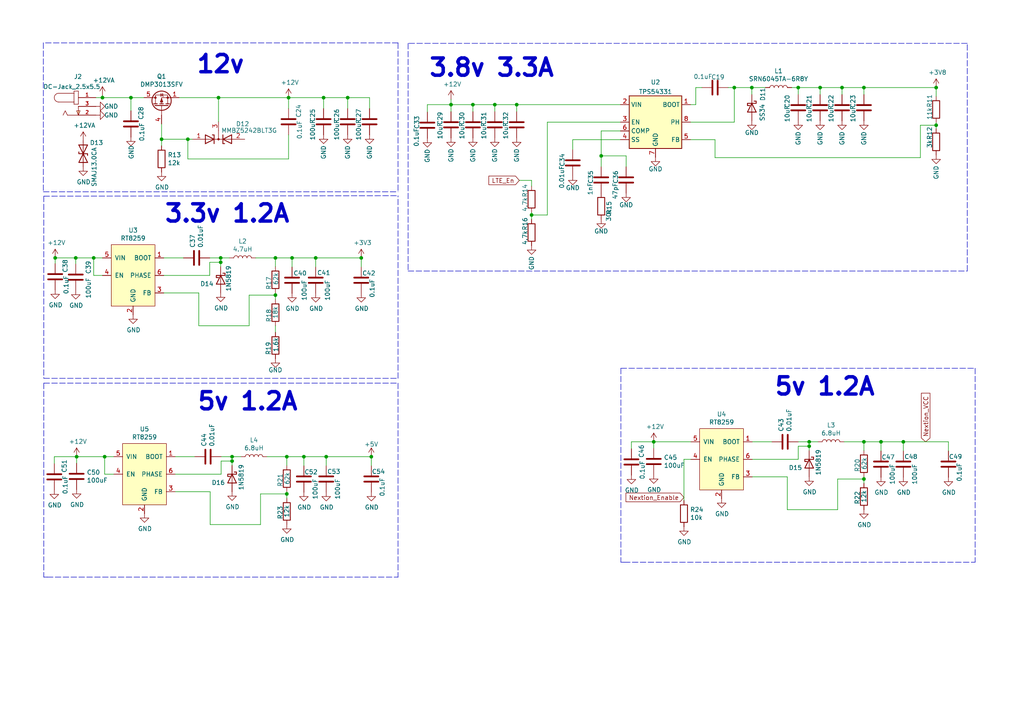
<source format=kicad_sch>
(kicad_sch (version 20211123) (generator eeschema)
  (paper "A4")
  (lib_symbols
    (symbol "Connector:DC-Jack" (pin_names (offset 1.016) hide)
      (property "Reference" "J" (at -7.62 5.08 0))
      (property "Value" "Connector_DC-Jack" (at -7.6454 -5.08 0))
      (symbol "DC-Jack_0_0"
        (arc (start -5.715 3.81) (mid -6.985 2.54) (end -5.715 1.27) (stroke (width 0.1524)))
        (polyline (pts (xy -5.715 3.81) (xy -1.27 3.81)) (stroke (width 0.1524)))
        (polyline (pts (xy -3.81 -1.27) (xy -4.445 -2.54)) (stroke (width 0.1524)))
        (polyline (pts (xy -3.175 -2.54) (xy -3.81 -1.27)) (stroke (width 0.1524)))
        (polyline (pts (xy -1.27 0.635) (xy 0 0.635)) (stroke (width 0.1524)))
        (polyline (pts (xy -1.27 1.27) (xy -5.715 1.27)) (stroke (width 0.1524)))
        (polyline (pts (xy -1.27 1.27) (xy -1.27 0.635)) (stroke (width 0.1524)))
        (polyline (pts (xy -1.27 3.81) (xy -1.27 1.27)) (stroke (width 0.1524)))
        (polyline (pts (xy -1.27 4.445) (xy -1.27 3.81)) (stroke (width 0.1524)))
        (polyline (pts (xy 0 -2.54) (xy -3.175 -2.54)) (stroke (width 0.1524)))
        (polyline (pts (xy 0 0) (xy 0 -2.54)) (stroke (width 0.1524)))
        (polyline (pts (xy 0 0.635) (xy 0 4.445)) (stroke (width 0.1524)))
        (polyline (pts (xy 0 4.445) (xy -1.27 4.445)) (stroke (width 0.1524)))
        (polyline (pts (xy 0 -2.54) (xy -0.508 -1.27) (xy 0.508 -1.27) (xy 0 -2.54)) (stroke (width 0.1524)) (fill (type background)))
        (pin passive line (at 5.08 2.54 180) (length 5.08) (name "~") (number "1"))
        (pin passive line (at 5.08 -2.54 180) (length 5.08) (name "~") (number "2"))
        (pin passive line (at 5.08 0 180) (length 5.08) (name "~") (number "3"))
      )
    )
    (symbol "Converter_DCDC:RT8259" (pin_names (offset 1.016))
      (property "Reference" "U" (at 0 11.43 0))
      (property "Value" "Converter_DCDC_RT8259" (at 0 8.89 0))
      (symbol "RT8259_0_1"
        (rectangle (start -6.35 7.62) (end 6.35 -10.16) (fill (type background)))
      )
      (symbol "RT8259_1_1"
        (pin power_out line (at 8.89 3.81 180) (length 2.54) (name "BOOT") (number "1"))
        (pin power_in line (at 0 -12.7 90) (length 2.54) (name "GND") (number "2"))
        (pin power_out line (at 8.89 -6.35 180) (length 2.54) (name "FB") (number "3"))
        (pin input line (at -8.89 -1.27 0) (length 2.54) (name "EN") (number "4"))
        (pin power_in line (at -8.89 3.81 0) (length 2.54) (name "VIN") (number "5"))
        (pin power_out line (at 8.89 -1.27 180) (length 2.54) (name "PHASE") (number "6"))
      )
    )
    (symbol "Device:C" (pin_numbers hide) (pin_names (offset 0.254))
      (property "Reference" "C" (at 0.635 2.54 0))
      (property "Value" "C" (at 0.635 -2.54 0))
      (symbol "C_0_1"
        (polyline (pts (xy -2.032 -0.762) (xy 2.032 -0.762)) (stroke (width 0.508)))
        (polyline (pts (xy -2.032 0.762) (xy 2.032 0.762)) (stroke (width 0.508)))
      )
      (symbol "C_1_1"
        (pin passive line (at 0 3.81 270) (length 2.794) (name "~") (number "1"))
        (pin passive line (at 0 -3.81 90) (length 2.794) (name "~") (number "2"))
      )
    )
    (symbol "Device:D_Zener_x2_KCom_AAK" (pin_names (offset 0.762) hide)
      (property "Reference" "D" (at 1.27 -2.54 0))
      (property "Value" "Device_D_Zener_x2_KCom_AAK" (at 0 2.54 0))
      (symbol "D_Zener_x2_KCom_AAK_0_1"
        (polyline (pts (xy -3.81 0) (xy 3.81 0)))
        (polyline (pts (xy 0 0) (xy 0 -2.54)))
        (polyline (pts (xy -1.27 1.27) (xy -1.27 -1.27) (xy -1.778 -1.27)) (stroke (width 0.254)))
        (polyline (pts (xy 1.27 -1.27) (xy 1.27 1.27) (xy 1.778 1.27)) (stroke (width 0.254)))
        (polyline (pts (xy -3.81 1.27) (xy -1.27 0) (xy -3.81 -1.27) (xy -3.81 1.27) (xy -3.81 1.27) (xy -3.81 1.27)) (stroke (width 0.254)))
        (polyline (pts (xy 3.81 -1.27) (xy 1.27 0) (xy 3.81 1.27) (xy 3.81 -1.27) (xy 3.81 -1.27) (xy 3.81 -1.27)) (stroke (width 0.254)))
        (circle (center 0 0) (radius 0.254) (fill (type outline)))
        (pin passive line (at -7.62 0 0) (length 3.81) (name "A") (number "1"))
        (pin passive line (at 7.62 0 180) (length 3.81) (name "A") (number "2"))
        (pin passive line (at 0 -5.08 90) (length 2.54) (name "K") (number "3"))
      )
    )
    (symbol "Device:L" (pin_numbers hide) (pin_names (offset 1.016) hide)
      (property "Reference" "L" (at -1.27 0 90))
      (property "Value" "L" (at 1.905 0 90))
      (symbol "L_0_1"
        (arc (start 0 -2.54) (mid 0.635 -1.905) (end 0 -1.27))
        (arc (start 0 -1.27) (mid 0.635 -0.635) (end 0 0))
        (arc (start 0 0) (mid 0.635 0.635) (end 0 1.27))
        (arc (start 0 1.27) (mid 0.635 1.905) (end 0 2.54))
      )
      (symbol "L_1_1"
        (pin passive line (at 0 3.81 270) (length 1.27) (name "1") (number "1"))
        (pin passive line (at 0 -3.81 90) (length 1.27) (name "2") (number "2"))
      )
    )
    (symbol "Device:R" (pin_numbers hide) (pin_names (offset 0))
      (property "Reference" "R" (at 2.032 0 90))
      (property "Value" "R" (at 0 0 90))
      (symbol "R_0_1"
        (rectangle (start -1.016 -2.54) (end 1.016 2.54) (stroke (width 0.254)))
      )
      (symbol "R_1_1"
        (pin passive line (at 0 3.81 270) (length 1.27) (name "~") (number "1"))
        (pin passive line (at 0 -3.81 90) (length 1.27) (name "~") (number "2"))
      )
    )
    (symbol "Diode:1.5KExxCA" (pin_numbers hide) (pin_names (offset 1.016) hide)
      (property "Reference" "D" (at 0 2.54 0))
      (property "Value" "1.5KExxCA" (at 0 -2.54 0))
      (symbol "1.5KExxCA_0_1"
        (polyline (pts (xy 1.27 0) (xy -1.27 0)))
        (polyline (pts (xy -2.54 -1.27) (xy 0 0) (xy -2.54 1.27) (xy -2.54 -1.27)) (stroke (width 0.254)))
        (polyline (pts (xy 0.508 1.27) (xy 0 1.27) (xy 0 -1.27) (xy -0.508 -1.27)) (stroke (width 0.254)))
        (polyline (pts (xy 2.54 1.27) (xy 2.54 -1.27) (xy 0 0) (xy 2.54 1.27)) (stroke (width 0.254)))
      )
      (symbol "1.5KExxCA_1_1"
        (pin passive line (at -3.81 0 0) (length 2.54) (name "A1") (number "1"))
        (pin passive line (at 3.81 0 180) (length 2.54) (name "A2") (number "2"))
      )
    )
    (symbol "Diode:1N5819" (pin_numbers hide) (pin_names (offset 1.016) hide)
      (property "Reference" "D" (at 0 2.54 0))
      (property "Value" "1N5819" (at 0 -2.54 0))
      (symbol "1N5819_0_1"
        (polyline (pts (xy 1.27 0) (xy -1.27 0)))
        (polyline (pts (xy 1.27 1.27) (xy 1.27 -1.27) (xy -1.27 0) (xy 1.27 1.27)) (stroke (width 0.254)))
        (polyline (pts (xy -1.905 0.635) (xy -1.905 1.27) (xy -1.27 1.27) (xy -1.27 -1.27) (xy -0.635 -1.27) (xy -0.635 -0.635)) (stroke (width 0.254)))
      )
      (symbol "1N5819_1_1"
        (pin passive line (at -3.81 0 0) (length 2.54) (name "K") (number "1"))
        (pin passive line (at 3.81 0 180) (length 2.54) (name "A") (number "2"))
      )
    )
    (symbol "Regulator_Switching:TPS54233"
      (property "Reference" "U" (at 0 11.43 0))
      (property "Value" "TPS54233" (at 0 8.89 0))
      (symbol "TPS54233_1_1"
        (rectangle (start -7.62 7.62) (end 7.62 -7.62) (stroke (width 0.254)) (fill (type background)))
        (pin input line (at 10.16 5.08 180) (length 2.54) (name "BOOT") (number "1"))
        (pin power_in line (at -10.16 5.08 0) (length 2.54) (name "VIN") (number "2"))
        (pin input line (at -10.16 0 0) (length 2.54) (name "EN") (number "3"))
        (pin input line (at -10.16 -5.08 0) (length 2.54) (name "SS") (number "4"))
        (pin input line (at 10.16 -5.08 180) (length 2.54) (name "FB") (number "5"))
        (pin passive line (at -10.16 -2.54 0) (length 2.54) (name "COMP") (number "6"))
        (pin power_in line (at 0 -10.16 90) (length 2.54) (name "GND") (number "7"))
        (pin output line (at 10.16 0 180) (length 2.54) (name "PH") (number "8"))
      )
    )
    (symbol "Transistor_FET:DMP3013SFV" (pin_names hide)
      (property "Reference" "Q" (at 5.08 1.905 0))
      (property "Value" "DMP3013SFV" (at 5.08 0 0))
      (symbol "DMP3013SFV_0_1"
        (polyline (pts (xy 0.254 0) (xy -2.54 0)))
        (polyline (pts (xy 0.254 1.905) (xy 0.254 -1.905)) (stroke (width 0.254)))
        (polyline (pts (xy 0.762 -1.27) (xy 0.762 -2.286)) (stroke (width 0.254)))
        (polyline (pts (xy 0.762 0.508) (xy 0.762 -0.508)) (stroke (width 0.254)))
        (polyline (pts (xy 0.762 2.286) (xy 0.762 1.27)) (stroke (width 0.254)))
        (polyline (pts (xy 2.54 2.54) (xy 2.54 1.778)))
        (polyline (pts (xy 2.54 -2.54) (xy 2.54 0) (xy 0.762 0)))
        (polyline (pts (xy 0.762 1.778) (xy 3.302 1.778) (xy 3.302 -1.778) (xy 0.762 -1.778)))
        (polyline (pts (xy 2.286 0) (xy 1.27 0.381) (xy 1.27 -0.381) (xy 2.286 0)) (fill (type outline)))
        (polyline (pts (xy 2.794 -0.508) (xy 2.921 -0.381) (xy 3.683 -0.381) (xy 3.81 -0.254)))
        (polyline (pts (xy 3.302 -0.381) (xy 2.921 0.254) (xy 3.683 0.254) (xy 3.302 -0.381)))
        (circle (center 1.651 0) (radius 2.794) (stroke (width 0.254)))
        (circle (center 2.54 -1.778) (radius 0.254) (fill (type outline)))
        (circle (center 2.54 1.778) (radius 0.254) (fill (type outline)))
      )
      (symbol "DMP3013SFV_1_1"
        (pin passive line (at 2.54 -5.08 90) (length 2.54) (name "S") (number "1"))
        (pin passive line (at 2.54 -5.08 90) (length 2.54) hide (name "S") (number "2"))
        (pin passive line (at 2.54 -5.08 90) (length 2.54) hide (name "S") (number "3"))
        (pin passive line (at -5.08 0 0) (length 2.54) (name "G") (number "4"))
        (pin passive line (at 2.54 5.08 270) (length 2.54) (name "D") (number "5"))
      )
    )
    (symbol "power:+12V" (power) (pin_names (offset 0))
      (property "Value" "+12V" (at 0 3.556 0))
      (symbol "+12V_0_1"
        (polyline (pts (xy -0.762 1.27) (xy 0 2.54)))
        (polyline (pts (xy 0 0) (xy 0 2.54)))
        (polyline (pts (xy 0 2.54) (xy 0.762 1.27)))
      )
      (symbol "+12V_1_1"
        (pin power_in line (at 0 0 90) (length 0) hide (name "+12V") (number "1"))
      )
    )
    (symbol "power:+12VA" (power) (pin_names (offset 0))
      (property "Value" "+12VA" (at 0 3.556 0))
      (symbol "+12VA_0_1"
        (polyline (pts (xy -0.762 1.27) (xy 0 2.54)))
        (polyline (pts (xy 0 0) (xy 0 2.54)))
        (polyline (pts (xy 0 2.54) (xy 0.762 1.27)))
      )
      (symbol "+12VA_1_1"
        (pin power_in line (at 0 0 90) (length 0) hide (name "+12VA") (number "1"))
      )
    )
    (symbol "power:+3.3V" (power) (pin_names (offset 0))
      (property "Value" "+3.3V" (at 0 3.556 0))
      (symbol "+3.3V_0_1"
        (polyline (pts (xy -0.762 1.27) (xy 0 2.54)))
        (polyline (pts (xy 0 0) (xy 0 2.54)))
        (polyline (pts (xy 0 2.54) (xy 0.762 1.27)))
      )
      (symbol "+3.3V_1_1"
        (pin power_in line (at 0 0 90) (length 0) hide (name "+3V3") (number "1"))
      )
    )
    (symbol "power:+3V8" (power) (pin_names (offset 0))
      (property "Value" "+3V8" (at 0 3.556 0))
      (symbol "+3V8_0_1"
        (polyline (pts (xy -0.762 1.27) (xy 0 2.54)))
        (polyline (pts (xy 0 0) (xy 0 2.54)))
        (polyline (pts (xy 0 2.54) (xy 0.762 1.27)))
      )
      (symbol "+3V8_1_1"
        (pin power_in line (at 0 0 90) (length 0) hide (name "+3V8") (number "1"))
      )
    )
    (symbol "power:+5V" (power) (pin_names (offset 0))
      (property "Value" "+5V" (at 0 3.556 0))
      (symbol "+5V_0_1"
        (polyline (pts (xy -0.762 1.27) (xy 0 2.54)))
        (polyline (pts (xy 0 0) (xy 0 2.54)))
        (polyline (pts (xy 0 2.54) (xy 0.762 1.27)))
      )
      (symbol "+5V_1_1"
        (pin power_in line (at 0 0 90) (length 0) hide (name "+5V") (number "1"))
      )
    )
    (symbol "power:GND" (power) (pin_names (offset 0))
      (property "Value" "GND" (at 0 -3.81 0))
      (symbol "GND_0_1"
        (polyline (pts (xy 0 0) (xy 0 -1.27) (xy 1.27 -1.27) (xy 0 -2.54) (xy -1.27 -1.27) (xy 0 -1.27)))
      )
      (symbol "GND_1_1"
        (pin power_in line (at 0 0 270) (length 0) hide (name "GND") (number "1"))
      )
    )
  )
  (junction (at 21.971 74.803))
  (junction (at 212.979 25.4))
  (junction (at 84.709 74.803))
  (junction (at 237.871 25.4))
  (junction (at 63.373 28.321))
  (junction (at 37.973 28.321))
  (junction (at 231.521 25.4))
  (junction (at 250.571 25.4))
  (junction (at 83.693 28.321))
  (junction (at 94.615 132.461))
  (junction (at 262.001 128.143))
  (junction (at 174.371 45.212))
  (junction (at 255.524 128.143))
  (junction (at 67.31 132.461))
  (junction (at 271.526 25.4))
  (junction (at 189.611 128.143))
  (junction (at 244.221 25.4))
  (junction (at 27.178 74.803))
  (junction (at 16.002 74.803))
  (junction (at 234.696 129.413))
  (junction (at 130.81 30.353))
  (junction (at 250.571 138.938))
  (junction (at 107.696 132.461))
  (junction (at 79.883 74.803))
  (junction (at 83.185 143.256))
  (junction (at 30.353 132.461))
  (junction (at 64.008 76.073))
  (junction (at 46.863 40.386))
  (junction (at 143.51 30.353))
  (junction (at 91.567 74.803))
  (junction (at 93.853 28.321))
  (junction (at 22.225 132.461))
  (junction (at 137.16 30.353))
  (junction (at 29.718 28.321))
  (junction (at 149.86 30.353))
  (junction (at 104.775 74.803))
  (junction (at 88.138 132.461))
  (junction (at 64.008 74.803))
  (junction (at 83.185 132.461))
  (junction (at 67.31 133.731))
  (junction (at 100.838 28.321))
  (junction (at 218.059 25.4))
  (junction (at 271.526 36.322))
  (junction (at 250.571 128.143))
  (junction (at 54.483 40.386))
  (junction (at 154.178 62.357))
  (junction (at 79.883 85.598))
  (junction (at 234.696 128.143))
  (wire (pts (xy 84.709 74.803) (xy 91.567 74.803)))
  (wire (pts (xy 255.524 128.143) (xy 255.524 130.81)))
  (polyline (pts (xy 180.086 106.807) (xy 282.829 106.807)))
  (wire (pts (xy 63.373 28.321) (xy 83.693 28.321)))
  (wire (pts (xy 201.803 30.353) (xy 201.803 25.4)))
  (wire (pts (xy 83.185 143.256) (xy 83.185 144.526)))
  (wire (pts (xy 237.871 25.4) (xy 244.221 25.4)))
  (wire (pts (xy 37.973 28.321) (xy 41.783 28.321)))
  (wire (pts (xy 271.526 36.322) (xy 271.526 37.338)))
  (wire (pts (xy 60.96 142.621) (xy 60.96 152.146)))
  (wire (pts (xy 237.871 25.4) (xy 237.871 27.432)))
  (wire (pts (xy 27.178 79.883) (xy 27.178 74.803)))
  (polyline (pts (xy 115.443 109.728) (xy 115.443 56.769)))
  (wire (pts (xy 50.8 132.461) (xy 56.515 132.461)))
  (polyline (pts (xy 12.7 111.125) (xy 12.7 167.386)))
  (wire (pts (xy 60.833 76.073) (xy 64.008 76.073)))
  (wire (pts (xy 83.185 142.621) (xy 83.185 143.256)))
  (polyline (pts (xy 115.443 12.446) (xy 12.573 12.446)))
  (wire (pts (xy 46.863 42.291) (xy 46.863 40.386)))
  (wire (pts (xy 72.263 94.488) (xy 72.263 85.598)))
  (wire (pts (xy 212.979 25.4) (xy 211.201 25.4)))
  (wire (pts (xy 27.178 74.803) (xy 29.718 74.803)))
  (wire (pts (xy 54.483 40.386) (xy 46.863 40.386)))
  (wire (pts (xy 83.693 28.321) (xy 93.853 28.321)))
  (wire (pts (xy 83.693 46.101) (xy 54.483 46.101)))
  (wire (pts (xy 91.567 74.803) (xy 104.775 74.803)))
  (wire (pts (xy 250.571 128.143) (xy 250.571 130.683)))
  (polyline (pts (xy 12.7 109.728) (xy 115.443 109.728)))
  (wire (pts (xy 149.86 32.385) (xy 149.86 30.353)))
  (polyline (pts (xy 12.7 167.386) (xy 13.716 167.386)))
  (wire (pts (xy 231.521 25.4) (xy 237.871 25.4)))
  (wire (pts (xy 271.526 36.322) (xy 266.954 36.322)))
  (wire (pts (xy 64.135 132.461) (xy 67.31 132.461)))
  (wire (pts (xy 50.8 142.621) (xy 60.96 142.621)))
  (wire (pts (xy 250.571 128.143) (xy 255.524 128.143)))
  (wire (pts (xy 107.696 132.461) (xy 107.696 135.128)))
  (wire (pts (xy 262.001 128.143) (xy 262.001 130.81)))
  (wire (pts (xy 79.883 74.803) (xy 84.709 74.803)))
  (wire (pts (xy 234.696 130.683) (xy 234.696 129.413)))
  (wire (pts (xy 189.611 128.143) (xy 189.611 130.048)))
  (wire (pts (xy 64.008 76.073) (xy 64.008 74.803)))
  (wire (pts (xy 266.954 45.72) (xy 207.391 45.72)))
  (wire (pts (xy 218.059 25.4) (xy 218.059 27.432)))
  (wire (pts (xy 30.353 132.461) (xy 33.02 132.461)))
  (wire (pts (xy 158.75 62.357) (xy 158.75 35.433)))
  (wire (pts (xy 231.521 128.143) (xy 234.696 128.143)))
  (wire (pts (xy 60.833 74.803) (xy 64.008 74.803)))
  (wire (pts (xy 137.16 30.353) (xy 130.81 30.353)))
  (wire (pts (xy 79.883 84.963) (xy 79.883 85.598)))
  (wire (pts (xy 166.116 40.513) (xy 166.116 43.434)))
  (wire (pts (xy 228.346 147.828) (xy 242.951 147.828)))
  (wire (pts (xy 60.96 152.146) (xy 75.565 152.146)))
  (polyline (pts (xy 115.443 111.125) (xy 115.443 167.386)))
  (wire (pts (xy 22.225 132.461) (xy 15.748 132.461)))
  (wire (pts (xy 242.951 147.828) (xy 242.951 138.938)))
  (wire (pts (xy 200.279 35.433) (xy 212.979 35.433)))
  (wire (pts (xy 64.008 74.803) (xy 66.548 74.803)))
  (wire (pts (xy 75.565 143.256) (xy 83.185 143.256)))
  (polyline (pts (xy 257.429 12.573) (xy 118.364 12.573)))
  (wire (pts (xy 91.567 74.803) (xy 91.567 77.47)))
  (wire (pts (xy 77.47 132.461) (xy 83.185 132.461)))
  (wire (pts (xy 179.959 37.973) (xy 174.371 37.973)))
  (wire (pts (xy 189.611 128.143) (xy 183.134 128.143)))
  (wire (pts (xy 154.178 52.324) (xy 154.178 53.975)))
  (polyline (pts (xy 118.364 78.613) (xy 257.429 78.613)))
  (wire (pts (xy 93.853 28.321) (xy 100.838 28.321)))
  (wire (pts (xy 88.138 132.461) (xy 94.615 132.461)))
  (wire (pts (xy 94.615 132.461) (xy 94.615 135.128)))
  (wire (pts (xy 179.959 40.513) (xy 166.116 40.513)))
  (wire (pts (xy 75.565 152.146) (xy 75.565 143.256)))
  (polyline (pts (xy 180.086 106.807) (xy 180.086 163.068)))
  (wire (pts (xy 158.75 35.433) (xy 179.959 35.433)))
  (wire (pts (xy 275.082 128.143) (xy 275.082 130.81)))
  (wire (pts (xy 67.31 132.461) (xy 69.85 132.461)))
  (wire (pts (xy 47.498 79.883) (xy 60.833 79.883)))
  (wire (pts (xy 79.883 85.598) (xy 79.883 86.868)))
  (wire (pts (xy 107.188 28.321) (xy 107.188 31.496)))
  (wire (pts (xy 100.838 28.321) (xy 100.838 31.496)))
  (wire (pts (xy 16.002 76.454) (xy 16.002 74.803)))
  (wire (pts (xy 228.346 138.303) (xy 228.346 147.828)))
  (wire (pts (xy 137.16 30.353) (xy 143.51 30.353)))
  (wire (pts (xy 29.718 28.321) (xy 29.718 27.686)))
  (polyline (pts (xy 280.543 12.573) (xy 257.429 12.573)))
  (wire (pts (xy 218.186 133.223) (xy 231.521 133.223)))
  (polyline (pts (xy 12.7 56.896) (xy 12.7 109.728)))
  (wire (pts (xy 150.622 52.324) (xy 154.178 52.324)))
  (wire (pts (xy 149.86 30.353) (xy 179.959 30.353)))
  (wire (pts (xy 29.718 28.321) (xy 37.973 28.321)))
  (wire (pts (xy 46.863 40.386) (xy 46.863 35.941)))
  (polyline (pts (xy 115.443 12.446) (xy 115.443 55.626)))
  (wire (pts (xy 84.709 74.803) (xy 84.709 77.47)))
  (polyline (pts (xy 181.102 163.068) (xy 282.829 163.068)))
  (wire (pts (xy 47.498 74.803) (xy 53.213 74.803)))
  (wire (pts (xy 130.81 28.829) (xy 130.81 30.353)))
  (wire (pts (xy 27.813 28.321) (xy 29.718 28.321)))
  (wire (pts (xy 266.954 36.322) (xy 266.954 45.72)))
  (wire (pts (xy 174.371 37.973) (xy 174.371 45.212)))
  (wire (pts (xy 60.833 79.883) (xy 60.833 76.073)))
  (wire (pts (xy 250.571 138.303) (xy 250.571 138.938)))
  (wire (pts (xy 79.883 94.488) (xy 79.883 96.393)))
  (wire (pts (xy 83.693 31.496) (xy 83.693 28.321)))
  (wire (pts (xy 63.373 28.321) (xy 63.373 35.306)))
  (wire (pts (xy 154.178 62.357) (xy 158.75 62.357)))
  (wire (pts (xy 255.524 128.143) (xy 262.001 128.143)))
  (polyline (pts (xy 12.7 111.125) (xy 115.443 111.125)))
  (wire (pts (xy 174.371 45.212) (xy 181.61 45.212)))
  (wire (pts (xy 250.571 25.4) (xy 271.526 25.4)))
  (wire (pts (xy 229.616 25.4) (xy 231.521 25.4)))
  (wire (pts (xy 22.225 132.461) (xy 22.225 134.366)))
  (wire (pts (xy 100.838 28.321) (xy 107.188 28.321)))
  (polyline (pts (xy 280.543 78.613) (xy 280.543 12.573)))
  (wire (pts (xy 218.186 138.303) (xy 228.346 138.303)))
  (wire (pts (xy 57.658 84.963) (xy 57.658 94.488)))
  (wire (pts (xy 64.135 137.541) (xy 64.135 133.731)))
  (wire (pts (xy 154.178 62.357) (xy 154.178 63.627)))
  (polyline (pts (xy 12.7 56.896) (xy 115.443 56.769)))
  (wire (pts (xy 201.803 25.4) (xy 203.581 25.4)))
  (wire (pts (xy 21.971 74.803) (xy 27.178 74.803)))
  (polyline (pts (xy 257.429 78.613) (xy 280.543 78.613)))
  (wire (pts (xy 231.521 133.223) (xy 231.521 129.413)))
  (wire (pts (xy 123.952 30.353) (xy 123.952 32.512)))
  (wire (pts (xy 33.02 137.541) (xy 30.353 137.541)))
  (wire (pts (xy 143.51 32.385) (xy 143.51 30.353)))
  (wire (pts (xy 262.001 128.143) (xy 275.082 128.143)))
  (polyline (pts (xy 13.716 167.386) (xy 115.443 167.386)))
  (wire (pts (xy 37.973 32.131) (xy 37.973 28.321)))
  (wire (pts (xy 67.31 135.001) (xy 67.31 133.731)))
  (wire (pts (xy 83.185 132.461) (xy 83.185 135.001)))
  (wire (pts (xy 137.16 32.385) (xy 137.16 30.353)))
  (wire (pts (xy 21.971 74.803) (xy 21.971 76.581)))
  (wire (pts (xy 29.718 79.883) (xy 27.178 79.883)))
  (wire (pts (xy 244.221 25.4) (xy 244.221 27.432)))
  (wire (pts (xy 94.615 132.461) (xy 107.696 132.461)))
  (wire (pts (xy 72.263 85.598) (xy 79.883 85.598)))
  (wire (pts (xy 189.611 128.143) (xy 200.406 128.143)))
  (wire (pts (xy 250.571 25.4) (xy 250.571 27.432)))
  (wire (pts (xy 50.8 137.541) (xy 64.135 137.541)))
  (wire (pts (xy 79.883 74.803) (xy 79.883 77.343)))
  (wire (pts (xy 244.221 25.4) (xy 250.571 25.4)))
  (wire (pts (xy 15.748 132.461) (xy 15.748 134.493)))
  (wire (pts (xy 207.391 40.513) (xy 200.279 40.513)))
  (wire (pts (xy 47.498 84.963) (xy 57.658 84.963)))
  (wire (pts (xy 242.951 138.938) (xy 250.571 138.938)))
  (wire (pts (xy 231.521 129.413) (xy 234.696 129.413)))
  (wire (pts (xy 130.81 30.353) (xy 123.952 30.353)))
  (wire (pts (xy 231.521 25.4) (xy 231.521 27.432)))
  (wire (pts (xy 218.059 25.4) (xy 221.996 25.4)))
  (wire (pts (xy 154.178 61.595) (xy 154.178 62.357)))
  (wire (pts (xy 54.483 46.101) (xy 54.483 40.386)))
  (wire (pts (xy 198.374 133.223) (xy 198.374 145.161)))
  (wire (pts (xy 64.135 133.731) (xy 67.31 133.731)))
  (wire (pts (xy 143.51 30.353) (xy 149.86 30.353)))
  (wire (pts (xy 16.002 74.803) (xy 21.971 74.803)))
  (wire (pts (xy 74.168 74.803) (xy 79.883 74.803)))
  (wire (pts (xy 88.138 132.461) (xy 88.138 135.128)))
  (wire (pts (xy 22.225 132.461) (xy 30.353 132.461)))
  (wire (pts (xy 244.856 128.143) (xy 250.571 128.143)))
  (wire (pts (xy 207.391 45.72) (xy 207.391 40.513)))
  (wire (pts (xy 183.134 128.143) (xy 183.134 130.175)))
  (wire (pts (xy 83.185 132.461) (xy 88.138 132.461)))
  (wire (pts (xy 200.279 30.353) (xy 201.803 30.353)))
  (wire (pts (xy 181.61 48.387) (xy 181.61 45.212)))
  (wire (pts (xy 271.526 25.4) (xy 271.526 27.94)))
  (wire (pts (xy 57.658 94.488) (xy 72.263 94.488)))
  (polyline (pts (xy 12.573 12.446) (xy 12.573 55.626)))
  (polyline (pts (xy 118.364 12.573) (xy 118.364 78.613)))
  (wire (pts (xy 93.853 28.321) (xy 93.853 31.496)))
  (wire (pts (xy 218.186 128.143) (xy 223.901 128.143)))
  (wire (pts (xy 212.979 25.4) (xy 218.059 25.4)))
  (wire (pts (xy 250.571 138.938) (xy 250.571 140.208)))
  (wire (pts (xy 55.753 40.386) (xy 54.483 40.386)))
  (wire (pts (xy 271.526 35.56) (xy 271.526 36.322)))
  (wire (pts (xy 104.775 74.803) (xy 104.775 77.47)))
  (wire (pts (xy 234.696 128.143) (xy 237.236 128.143)))
  (wire (pts (xy 174.371 45.212) (xy 174.371 48.387)))
  (polyline (pts (xy 180.086 163.068) (xy 181.102 163.068)))
  (polyline (pts (xy 282.829 106.807) (xy 282.829 163.068)))
  (wire (pts (xy 212.979 35.433) (xy 212.979 25.4)))
  (wire (pts (xy 130.81 30.353) (xy 130.81 32.385)))
  (wire (pts (xy 234.696 129.413) (xy 234.696 128.143)))
  (wire (pts (xy 30.353 137.541) (xy 30.353 132.461)))
  (wire (pts (xy 51.943 28.321) (xy 63.373 28.321)))
  (polyline (pts (xy 12.573 55.626) (xy 115.443 55.626)))
  (wire (pts (xy 67.31 133.731) (xy 67.31 132.461)))
  (wire (pts (xy 64.008 77.343) (xy 64.008 76.073)))
  (wire (pts (xy 83.693 39.116) (xy 83.693 46.101)))
  (wire (pts (xy 200.406 133.223) (xy 198.374 133.223)))
  (text "5v 1.2A" (at 56.896 119.507 0) (effects (font (size 5.0038 5.0038) (thickness 1.0008) bold) (justify left bottom)))
  (text "3.3v 1.2A" (at 47.371 65.024 0) (effects (font (size 5.0038 5.0038) (thickness 1.0008) bold) (justify left bottom)))
  (text "12v" (at 56.642 21.717 0) (effects (font (size 5.0038 5.0038) (thickness 1.0008) bold) (justify left bottom)))
  (text "3.8v 3.3A" (at 124.079 22.733 0) (effects (font (size 5.0038 5.0038) (thickness 1.0008) bold) (justify left bottom)))
  (text "5v 1.2A" (at 224.282 115.189 0) (effects (font (size 5.0038 5.0038) (thickness 1.0008) bold) (justify left bottom)))
  (global_label "Nextion_Enable" (shape input) (at 198.374 144.272 180) (property "Intersheet References" "${INTERSHEET_REFS}" (effects hide)))
  (global_label "Nextion_VCC" (shape input) (at 268.478 128.143 90) (property "Intersheet References" "${INTERSHEET_REFS}" (effects hide)))
  (global_label "LTE_En" (shape input) (at 150.622 52.324 180) (property "Intersheet References" "${INTERSHEET_REFS}" (effects hide)))
  (symbol (lib_id "power:GND") (at 83.185 152.146 0) (unit 1)
    (property "Reference" "#PWR0119" (effects hide))
    (property "Value" "GND" (at 83.312 156.5402 0))
  )
  (symbol (lib_id "Diode:1N5819") (at 218.059 31.242 270) (unit 1)
    (property "Reference" "D11" (at 221.234 29.337 0) (effects (justify right)))
    (property "Value" "SS34" (at 221.107 35.179 0) (effects (justify right)))
    (property "Footprint" "Diode_SMD:D_SMA" (effects hide))
    (property "Datasheet" "http://www.vishay.com/docs/88525/1n5817.pdf" (effects hide))
  )
  (symbol (lib_id "Device:R") (at 174.371 59.817 180) (unit 1)
    (property "Reference" "R15" (at 176.657 58.293 90) (effects (justify left)))
    (property "Value" "30k" (at 176.53 60.579 90) (effects (justify left)))
    (property "Footprint" "Resistor_SMD:R_0603_1608Metric" (effects hide))
  )
  (symbol (lib_id "power:GND") (at 46.863 49.911 0) (unit 1)
    (property "Reference" "#PWR086" (effects hide))
    (property "Value" "GND" (at 46.99 54.3052 0))
  )
  (symbol (lib_id "Device:C") (at 57.023 74.803 90) (unit 1)
    (property "Reference" "C37" (at 55.8546 71.882 0) (effects (justify left)))
    (property "Value" "0.01uF" (at 58.166 71.882 0) (effects (justify left)))
    (property "Footprint" "Capacitor_SMD:C_0603_1608Metric" (effects hide))
  )
  (symbol (lib_id "power:GND") (at 84.709 85.09 0) (unit 1)
    (property "Reference" "#PWR096" (effects hide))
    (property "Value" "GND" (at 84.836 89.4842 0))
  )
  (symbol (lib_id "power:GND") (at 16.002 84.074 0) (unit 1)
    (property "Reference" "#PWR093" (effects hide))
    (property "Value" "GND" (at 16.129 88.4682 0))
  )
  (symbol (lib_id "power:GND") (at 275.082 138.43 0) (unit 1)
    (property "Reference" "#PWR0109" (effects hide))
    (property "Value" "GND" (at 275.209 142.8242 0))
  )
  (symbol (lib_id "Device:C") (at 15.748 138.303 0) (unit 1)
    (property "Reference" "C51" (at 18.669 137.1346 90) (effects (justify left)))
    (property "Value" "0.1uF" (at 18.923 143.383 90) (effects (justify left)))
    (property "Footprint" "Capacitor_SMD:C_0603_1608Metric" (effects hide))
  )
  (symbol (lib_id "Device:C") (at 250.571 31.242 180) (unit 1)
    (property "Reference" "C23" (at 247.396 27.432 90) (effects (justify left)))
    (property "Value" "10uF" (at 247.396 30.607 90) (effects (justify left)))
    (property "Footprint" "Capacitor_SMD:C_0805_2012Metric" (effects hide))
  )
  (symbol (lib_id "power:GND") (at 255.524 138.43 0) (unit 1)
    (property "Reference" "#PWR0107" (effects hide))
    (property "Value" "GND" (at 255.651 142.8242 0))
  )
  (symbol (lib_id "power:+12VA") (at 29.718 27.686 0) (unit 1)
    (property "Reference" "#PWR063" (effects hide))
    (property "Value" "+12VA" (at 30.099 23.2918 0))
  )
  (symbol (lib_id "Device:C") (at 275.082 134.62 0) (unit 1)
    (property "Reference" "C49" (at 275.209 132.461 0) (effects (justify left)))
    (property "Value" "0.1uF" (at 278.257 139.7 90) (effects (justify left)))
    (property "Footprint" "Capacitor_SMD:C_0603_1608Metric" (effects hide))
  )
  (symbol (lib_id "power:+12V") (at 130.81 28.829 0) (unit 1)
    (property "Reference" "#PWR065" (effects hide))
    (property "Value" "+12V" (at 131.191 24.4348 0))
  )
  (symbol (lib_id "Device:R") (at 83.185 148.336 0) (unit 1)
    (property "Reference" "R23" (at 81.28 150.622 90) (effects (justify left)))
    (property "Value" "12k" (at 83.185 150.114 90) (effects (justify left)))
    (property "Footprint" "Resistor_SMD:R_0603_1608Metric" (effects hide))
  )
  (symbol (lib_id "power:GND") (at 67.31 142.621 0) (unit 1)
    (property "Reference" "#PWR0112" (effects hide))
    (property "Value" "GND" (at 67.437 147.0152 0))
  )
  (symbol (lib_id "power:GND") (at 166.116 51.054 0) (unit 1)
    (property "Reference" "#PWR087" (effects hide))
    (property "Value" "GND" (at 166.116 54.483 0))
  )
  (symbol (lib_id "power:GND") (at 183.134 137.795 0) (unit 1)
    (property "Reference" "#PWR0105" (effects hide))
    (property "Value" "GND" (at 183.261 142.1892 0))
  )
  (symbol (lib_id "Device:C") (at 183.134 133.985 0) (unit 1)
    (property "Reference" "C46" (at 186.055 132.8166 90) (effects (justify left)))
    (property "Value" "0.1uF" (at 186.309 139.065 90) (effects (justify left)))
    (property "Footprint" "Capacitor_SMD:C_0603_1608Metric" (effects hide))
  )
  (symbol (lib_id "Device:C") (at 22.225 138.176 0) (unit 1)
    (property "Reference" "C50" (at 25.146 137.0076 0) (effects (justify left)))
    (property "Value" "100uF" (at 25.146 139.319 0) (effects (justify left)))
    (property "Footprint" "Capacitor_SMD:C_1210_3225Metric" (effects hide))
  )
  (symbol (lib_id "Device:C") (at 143.51 36.195 180) (unit 1)
    (property "Reference" "C31" (at 140.335 32.385 90) (effects (justify left)))
    (property "Value" "10uF" (at 140.335 35.56 90) (effects (justify left)))
    (property "Footprint" "Capacitor_SMD:C_0805_2012Metric" (effects hide))
  )
  (symbol (lib_id "Converter_DCDC:RT8259") (at 38.608 78.613 0) (unit 1)
    (property "Reference" "U3" (at 38.608 66.802 0))
    (property "Value" "RT8259" (at 38.608 69.1134 0))
    (property "Footprint" "Package_TO_SOT_SMD:SOT-23-6_Handsoldering" (effects hide))
  )
  (symbol (lib_id "power:GND") (at 38.608 91.313 0) (unit 1)
    (property "Reference" "#PWR099" (effects hide))
    (property "Value" "GND" (at 38.735 95.7072 0))
  )
  (symbol (lib_id "Device:C") (at 181.61 52.197 180) (unit 1)
    (property "Reference" "C36" (at 178.562 49.403 90) (effects (justify left)))
    (property "Value" "47pF" (at 178.435 52.959 90) (effects (justify left)))
    (property "Footprint" "Capacitor_SMD:C_0603_1608Metric" (effects hide))
  )
  (symbol (lib_id "Device:C") (at 244.221 31.242 180) (unit 1)
    (property "Reference" "C22" (at 241.046 27.432 90) (effects (justify left)))
    (property "Value" "10uF" (at 241.046 30.607 90) (effects (justify left)))
    (property "Footprint" "Capacitor_SMD:C_0805_2012Metric" (effects hide))
  )
  (symbol (lib_id "power:GND") (at 104.775 85.09 0) (unit 1)
    (property "Reference" "#PWR098" (effects hide))
    (property "Value" "GND" (at 104.902 89.4842 0))
  )
  (symbol (lib_id "power:GND") (at 88.138 142.748 0) (unit 1)
    (property "Reference" "#PWR0113" (effects hide))
    (property "Value" "GND" (at 88.265 147.1422 0))
  )
  (symbol (lib_id "Device:C") (at 207.391 25.4 90) (unit 1)
    (property "Reference" "C19" (at 210.185 22.352 90) (effects (justify left)))
    (property "Value" "0.1uF" (at 206.629 22.225 90) (effects (justify left)))
    (property "Footprint" "Capacitor_SMD:C_0603_1608Metric" (effects hide))
  )
  (symbol (lib_id "power:GND") (at 137.16 40.005 0) (unit 1)
    (property "Reference" "#PWR078" (effects hide))
    (property "Value" "GND" (at 137.16 45.085 90))
  )
  (symbol (lib_id "power:GND") (at 15.748 142.113 0) (unit 1)
    (property "Reference" "#PWR0111" (effects hide))
    (property "Value" "GND" (at 15.875 146.5072 0))
  )
  (symbol (lib_id "power:GND") (at 27.813 30.861 90) (unit 1)
    (property "Reference" "#PWR066" (effects hide))
    (property "Value" "GND" (at 32.258 30.861 90))
  )
  (symbol (lib_id "Device:C") (at 83.693 35.306 0) (unit 1)
    (property "Reference" "C24" (at 86.614 34.1376 90) (effects (justify left)))
    (property "Value" "0.1uF" (at 86.868 40.386 90) (effects (justify left)))
    (property "Footprint" "Capacitor_SMD:C_0603_1608Metric" (effects hide))
  )
  (symbol (lib_id "power:GND") (at 181.61 56.007 0) (unit 1)
    (property "Reference" "#PWR088" (effects hide))
    (property "Value" "GND" (at 181.61 59.436 0))
  )
  (symbol (lib_id "Device:C") (at 104.775 81.28 0) (unit 1)
    (property "Reference" "C42" (at 105.029 79.248 0) (effects (justify left)))
    (property "Value" "0.1uF" (at 107.95 86.36 90) (effects (justify left)))
    (property "Footprint" "Capacitor_SMD:C_0603_1608Metric" (effects hide))
  )
  (symbol (lib_id "Device:L") (at 70.358 74.803 90) (unit 1)
    (property "Reference" "L2" (at 70.358 69.977 90))
    (property "Value" "4.7uH" (at 70.358 72.2884 90))
    (property "Footprint" "Footprint:CD43" (effects hide))
  )
  (symbol (lib_id "Device:R") (at 79.883 81.153 0) (unit 1)
    (property "Reference" "R17" (at 77.978 84.074 90) (effects (justify left)))
    (property "Value" "62k" (at 80.01 82.677 90) (effects (justify left)))
    (property "Footprint" "Resistor_SMD:R_0603_1608Metric" (effects hide))
  )
  (symbol (lib_id "power:+3.3V") (at 104.775 74.803 0) (unit 1)
    (property "Reference" "#PWR092" (effects hide))
    (property "Value" "+3.3V" (at 105.156 70.4088 0))
  )
  (symbol (lib_id "power:+12VA") (at 24.13 40.767 0) (unit 1)
    (property "Reference" "#PWR082" (effects hide))
    (property "Value" "+12VA" (at 24.511 36.3728 0))
  )
  (symbol (lib_id "Diode:1N5819") (at 64.008 81.153 270) (unit 1)
    (property "Reference" "D14" (at 61.976 82.3214 90) (effects (justify right)))
    (property "Value" "1N5819" (at 66.294 84.582 0) (effects (justify right)))
    (property "Footprint" "Footprint:SOD-323" (effects hide))
    (property "Datasheet" "http://www.vishay.com/docs/88525/1n5817.pdf" (effects hide))
  )
  (symbol (lib_id "Device:C") (at 88.138 138.938 0) (unit 1)
    (property "Reference" "C52" (at 88.265 136.906 0) (effects (justify left)))
    (property "Value" "100uF" (at 91.44 144.907 90) (effects (justify left)))
    (property "Footprint" "Capacitor_SMD:C_1210_3225Metric" (effects hide))
  )
  (symbol (lib_id "Device:C") (at 255.524 134.62 0) (unit 1)
    (property "Reference" "C47" (at 255.651 132.588 0) (effects (justify left)))
    (property "Value" "100uF" (at 258.826 140.589 90) (effects (justify left)))
    (property "Footprint" "Capacitor_SMD:C_1210_3225Metric" (effects hide))
  )
  (symbol (lib_id "Device:L") (at 73.66 132.461 90) (unit 1)
    (property "Reference" "L4" (at 73.66 127.635 90))
    (property "Value" "6.8uH" (at 73.66 129.9464 90))
    (property "Footprint" "Footprint:CD43" (effects hide))
  )
  (symbol (lib_id "Device:C") (at 93.853 35.306 180) (unit 1)
    (property "Reference" "C25" (at 90.678 31.496 90) (effects (justify left)))
    (property "Value" "100uF" (at 90.678 34.671 90) (effects (justify left)))
    (property "Footprint" "Capacitor_SMD:C_1210_3225Metric" (effects hide))
  )
  (symbol (lib_id "Device:C") (at 123.952 36.322 180) (unit 1)
    (property "Reference" "C33" (at 120.904 33.528 90) (effects (justify left)))
    (property "Value" "0.1uF" (at 120.777 37.084 90) (effects (justify left)))
    (property "Footprint" "Capacitor_SMD:C_0603_1608Metric" (effects hide))
  )
  (symbol (lib_id "power:GND") (at 198.374 152.781 0) (unit 1)
    (property "Reference" "#PWR0120" (effects hide))
    (property "Value" "GND" (at 198.501 157.1752 0))
  )
  (symbol (lib_id "power:GND") (at 27.813 33.401 90) (unit 1)
    (property "Reference" "#PWR067" (effects hide))
    (property "Value" "GND" (at 32.258 33.401 90))
  )
  (symbol (lib_id "power:+12V") (at 189.611 128.143 0) (unit 1)
    (property "Reference" "#PWR0101" (effects hide))
    (property "Value" "+12V" (at 189.992 123.7488 0))
  )
  (symbol (lib_id "Device:R") (at 79.883 100.203 0) (unit 1)
    (property "Reference" "R19" (at 77.851 102.997 90) (effects (justify left)))
    (property "Value" "1.6k" (at 80.01 102.108 90) (effects (justify left)))
    (property "Footprint" "Resistor_SMD:R_0603_1608Metric" (effects hide))
  )
  (symbol (lib_id "power:GND") (at 123.952 40.132 0) (unit 1)
    (property "Reference" "#PWR081" (effects hide))
    (property "Value" "GND" (at 123.952 45.212 90))
  )
  (symbol (lib_id "Device:C") (at 16.002 80.264 0) (unit 1)
    (property "Reference" "C38" (at 18.923 79.0956 90) (effects (justify left)))
    (property "Value" "0.1uF" (at 19.177 85.344 90) (effects (justify left)))
    (property "Footprint" "Capacitor_SMD:C_0603_1608Metric" (effects hide))
  )
  (symbol (lib_id "power:+5V") (at 107.696 132.461 0) (unit 1)
    (property "Reference" "#PWR0103" (effects hide))
    (property "Value" "+5V" (at 107.696 128.8565 0))
  )
  (symbol (lib_id "power:GND") (at 237.871 35.052 0) (unit 1)
    (property "Reference" "#PWR070" (effects hide))
    (property "Value" "GND" (at 237.871 40.132 90))
  )
  (symbol (lib_id "Device:C") (at 84.709 81.28 0) (unit 1)
    (property "Reference" "C40" (at 85.09 79.248 0) (effects (justify left)))
    (property "Value" "100uF" (at 88.265 87.249 90) (effects (justify left)))
    (property "Footprint" "Capacitor_SMD:C_1210_3225Metric" (effects hide))
  )
  (symbol (lib_id "power:GND") (at 143.51 40.005 0) (unit 1)
    (property "Reference" "#PWR079" (effects hide))
    (property "Value" "GND" (at 143.51 45.085 90))
  )
  (symbol (lib_id "power:GND") (at 37.973 39.751 0) (unit 1)
    (property "Reference" "#PWR076" (effects hide))
    (property "Value" "GND" (at 38.1 44.1452 90))
  )
  (symbol (lib_id "power:GND") (at 21.971 84.201 0) (unit 1)
    (property "Reference" "#PWR094" (effects hide))
    (property "Value" "GND" (at 22.098 88.5952 0))
  )
  (symbol (lib_id "Device:D_Zener_x2_KCom_AAK") (at 63.373 40.386 0) (mirror x) (unit 1)
    (property "Reference" "D12" (at 70.358 35.941 0))
    (property "Value" "MMBZ5242BLT3G" (at 72.263 37.846 0))
    (property "Footprint" "Package_TO_SOT_SMD:SOT-23" (effects hide))
  )
  (symbol (lib_id "Diode:1N5819") (at 67.31 138.811 270) (unit 1)
    (property "Reference" "D16" (at 65.278 139.9794 90) (effects (justify right)))
    (property "Value" "1N5819" (at 69.977 142.24 0) (effects (justify right)))
    (property "Footprint" "Footprint:SOD-323" (effects hide))
    (property "Datasheet" "http://www.vishay.com/docs/88525/1n5817.pdf" (effects hide))
  )
  (symbol (lib_id "power:GND") (at 41.91 148.971 0) (unit 1)
    (property "Reference" "#PWR0118" (effects hide))
    (property "Value" "GND" (at 42.037 153.3652 0))
  )
  (symbol (lib_id "power:GND") (at 262.001 138.43 0) (unit 1)
    (property "Reference" "#PWR0108" (effects hide))
    (property "Value" "GND" (at 262.128 142.8242 0))
  )
  (symbol (lib_id "Device:C") (at 231.521 31.242 180) (unit 1)
    (property "Reference" "C20" (at 228.346 27.432 90) (effects (justify left)))
    (property "Value" "10uF" (at 228.346 30.607 90) (effects (justify left)))
    (property "Footprint" "Capacitor_SMD:C_0805_2012Metric" (effects hide))
  )
  (symbol (lib_id "Device:C") (at 94.615 138.938 0) (unit 1)
    (property "Reference" "C53" (at 94.869 136.779 0) (effects (justify left)))
    (property "Value" "100uF" (at 97.917 144.907 90) (effects (justify left)))
    (property "Footprint" "Capacitor_SMD:C_1210_3225Metric" (effects hide))
  )
  (symbol (lib_id "Device:R") (at 198.374 148.971 0) (unit 1)
    (property "Reference" "R24" (at 200.152 147.8026 0) (effects (justify left)))
    (property "Value" "10k" (at 200.152 150.114 0) (effects (justify left)))
    (property "Footprint" "Resistor_SMD:R_0603_1608Metric" (effects hide))
  )
  (symbol (lib_id "power:+12V") (at 22.225 132.461 0) (unit 1)
    (property "Reference" "#PWR0102" (effects hide))
    (property "Value" "+12V" (at 22.606 128.0668 0))
  )
  (symbol (lib_id "Device:C") (at 189.611 133.858 0) (unit 1)
    (property "Reference" "C45" (at 192.532 132.6896 0) (effects (justify left)))
    (property "Value" "100uF" (at 192.532 135.001 0) (effects (justify left)))
    (property "Footprint" "Capacitor_SMD:C_1210_3225Metric" (effects hide))
  )
  (symbol (lib_id "power:GND") (at 218.059 35.052 0) (unit 1)
    (property "Reference" "#PWR068" (effects hide))
    (property "Value" "GND" (at 218.059 38.481 0))
  )
  (symbol (lib_id "power:GND") (at 271.526 44.958 0) (unit 1)
    (property "Reference" "#PWR083" (effects hide))
    (property "Value" "GND" (at 271.526 50.038 90))
  )
  (symbol (lib_id "Diode:1N5819") (at 234.696 134.493 270) (unit 1)
    (property "Reference" "D15" (at 232.664 135.6614 90) (effects (justify right)))
    (property "Value" "1N5819" (at 237.363 137.922 0) (effects (justify right)))
    (property "Footprint" "Footprint:SOD-323" (effects hide))
    (property "Datasheet" "http://www.vishay.com/docs/88525/1n5817.pdf" (effects hide))
  )
  (symbol (lib_id "Device:R") (at 271.526 41.148 180) (unit 1)
    (property "Reference" "R12" (at 269.621 36.703 90) (effects (justify left)))
    (property "Value" "3k" (at 269.621 40.513 90) (effects (justify left)))
    (property "Footprint" "Resistor_SMD:R_0603_1608Metric" (effects hide))
  )
  (symbol (lib_id "power:GND") (at 22.225 141.986 0) (unit 1)
    (property "Reference" "#PWR0110" (effects hide))
    (property "Value" "GND" (at 22.352 146.3802 0))
  )
  (symbol (lib_id "power:GND") (at 149.86 40.005 0) (unit 1)
    (property "Reference" "#PWR080" (effects hide))
    (property "Value" "GND" (at 149.86 45.085 90))
  )
  (symbol (lib_id "Device:R") (at 250.571 144.018 0) (unit 1)
    (property "Reference" "R22" (at 248.666 146.304 90) (effects (justify left)))
    (property "Value" "12k" (at 250.571 145.796 90) (effects (justify left)))
    (property "Footprint" "Resistor_SMD:R_0603_1608Metric" (effects hide))
  )
  (symbol (lib_id "Diode:1.5KExxCA") (at 24.13 44.577 270) (unit 1)
    (property "Reference" "D13" (at 26.035 41.402 90) (effects (justify left)))
    (property "Value" "SMAJ13.0CA" (at 27.305 42.672 0) (effects (justify left)))
    (property "Footprint" "Diode_SMD:D_SMA" (effects hide))
    (property "Datasheet" "https://www.vishay.com/docs/88301/15ke.pdf" (effects hide))
  )
  (symbol (lib_id "Converter_DCDC:RT8259") (at 209.296 131.953 0) (unit 1)
    (property "Reference" "U4" (at 209.296 120.142 0))
    (property "Value" "RT8259" (at 209.296 122.4534 0))
    (property "Footprint" "Package_TO_SOT_SMD:SOT-23-6_Handsoldering" (effects hide))
  )
  (symbol (lib_id "Device:C") (at 227.711 128.143 90) (unit 1)
    (property "Reference" "C43" (at 226.5426 125.222 0) (effects (justify left)))
    (property "Value" "0.01uF" (at 228.854 125.222 0) (effects (justify left)))
    (property "Footprint" "Capacitor_SMD:C_0603_1608Metric" (effects hide))
  )
  (symbol (lib_id "power:GND") (at 250.571 35.052 0) (unit 1)
    (property "Reference" "#PWR072" (effects hide))
    (property "Value" "GND" (at 250.571 40.132 90))
  )
  (symbol (lib_id "power:GND") (at 93.853 39.116 0) (unit 1)
    (property "Reference" "#PWR073" (effects hide))
    (property "Value" "GND" (at 93.853 44.196 90))
  )
  (symbol (lib_id "Device:C") (at 21.971 80.391 0) (unit 1)
    (property "Reference" "C39" (at 25.654 79.502 90) (effects (justify left)))
    (property "Value" "100uF" (at 25.654 86.614 90) (effects (justify left)))
    (property "Footprint" "Capacitor_SMD:C_1210_3225Metric" (effects hide))
  )
  (symbol (lib_id "Device:R") (at 154.178 57.785 180) (unit 1)
    (property "Reference" "R14" (at 152.273 53.34 90) (effects (justify left)))
    (property "Value" "4.7k" (at 152.273 57.15 90) (effects (justify left)))
    (property "Footprint" "Resistor_SMD:R_0603_1608Metric" (effects hide))
  )
  (symbol (lib_id "Device:C") (at 100.838 35.306 180) (unit 1)
    (property "Reference" "C26" (at 97.663 31.496 90) (effects (justify left)))
    (property "Value" "100uF" (at 97.663 34.671 90) (effects (justify left)))
    (property "Footprint" "Capacitor_SMD:C_1210_3225Metric" (effects hide))
  )
  (symbol (lib_id "Device:C") (at 107.696 138.938 0) (unit 1)
    (property "Reference" "C54" (at 107.823 136.779 0) (effects (justify left)))
    (property "Value" "0.1uF" (at 110.871 144.018 90) (effects (justify left)))
    (property "Footprint" "Capacitor_SMD:C_0603_1608Metric" (effects hide))
  )
  (symbol (lib_id "power:GND") (at 244.221 35.052 0) (unit 1)
    (property "Reference" "#PWR071" (effects hide))
    (property "Value" "GND" (at 244.221 40.132 90))
  )
  (symbol (lib_id "power:GND") (at 250.571 147.828 0) (unit 1)
    (property "Reference" "#PWR0117" (effects hide))
    (property "Value" "GND" (at 250.698 152.2222 0))
  )
  (symbol (lib_id "power:GND") (at 107.188 39.116 0) (unit 1)
    (property "Reference" "#PWR075" (effects hide))
    (property "Value" "GND" (at 107.188 44.196 90))
  )
  (symbol (lib_id "Device:C") (at 149.86 36.195 180) (unit 1)
    (property "Reference" "C32" (at 146.685 32.385 90) (effects (justify left)))
    (property "Value" "10uF" (at 146.685 35.56 90) (effects (justify left)))
    (property "Footprint" "Capacitor_SMD:C_0805_2012Metric" (effects hide))
  )
  (symbol (lib_id "power:GND") (at 189.611 137.668 0) (unit 1)
    (property "Reference" "#PWR0104" (effects hide))
    (property "Value" "GND" (at 189.738 142.0622 0))
  )
  (symbol (lib_id "power:GND") (at 154.178 71.247 0) (unit 1)
    (property "Reference" "#PWR090" (effects hide))
    (property "Value" "GND" (at 154.178 76.327 90))
  )
  (symbol (lib_id "Device:C") (at 107.188 35.306 180) (unit 1)
    (property "Reference" "C27" (at 104.013 31.496 90) (effects (justify left)))
    (property "Value" "100uF" (at 104.013 34.671 90) (effects (justify left)))
    (property "Footprint" "Capacitor_SMD:C_1210_3225Metric" (effects hide))
  )
  (symbol (lib_id "Regulator_Switching:TPS54233") (at 190.119 35.433 0) (unit 1)
    (property "Reference" "U2" (at 190.119 23.8465 0))
    (property "Value" "TPS54331" (at 190.119 26.6216 0))
    (property "Footprint" "Package_SO:SOIC-8_3.9x4.9mm_P1.27mm" (effects hide))
    (property "Datasheet" "http://www.ti.com/lit/ds/symlink/tps54233.pdf" (effects hide))
  )
  (symbol (lib_id "Device:L") (at 241.046 128.143 90) (unit 1)
    (property "Reference" "L3" (at 241.046 123.317 90))
    (property "Value" "6.8uH" (at 241.046 125.6284 90))
    (property "Footprint" "Footprint:CD43" (effects hide))
  )
  (symbol (lib_id "power:GND") (at 209.296 144.653 0) (unit 1)
    (property "Reference" "#PWR0116" (effects hide))
    (property "Value" "GND" (at 209.423 149.0472 0))
  )
  (symbol (lib_id "Device:C") (at 137.16 36.195 180) (unit 1)
    (property "Reference" "C30" (at 133.985 32.385 90) (effects (justify left)))
    (property "Value" "10uF" (at 133.985 35.56 90) (effects (justify left)))
    (property "Footprint" "Capacitor_SMD:C_0805_2012Metric" (effects hide))
  )
  (symbol (lib_id "power:GND") (at 100.838 39.116 0) (unit 1)
    (property "Reference" "#PWR074" (effects hide))
    (property "Value" "GND" (at 100.838 44.196 90))
  )
  (symbol (lib_id "Device:R") (at 46.863 46.101 0) (unit 1)
    (property "Reference" "R13" (at 48.641 44.9326 0) (effects (justify left)))
    (property "Value" "12k" (at 48.641 47.244 0) (effects (justify left)))
    (property "Footprint" "Resistor_SMD:R_0603_1608Metric" (effects hide))
  )
  (symbol (lib_id "Device:R") (at 250.571 134.493 0) (unit 1)
    (property "Reference" "R20" (at 248.666 136.906 90) (effects (justify left)))
    (property "Value" "62k" (at 250.698 136.271 90) (effects (justify left)))
    (property "Footprint" "Resistor_SMD:R_0603_1608Metric" (effects hide))
  )
  (symbol (lib_id "Device:R") (at 79.883 90.678 0) (unit 1)
    (property "Reference" "R18" (at 77.978 93.472 90) (effects (justify left)))
    (property "Value" "18k" (at 79.883 92.456 90) (effects (justify left)))
    (property "Footprint" "Resistor_SMD:R_0603_1608Metric" (effects hide))
  )
  (symbol (lib_id "power:GND") (at 64.008 84.963 0) (unit 1)
    (property "Reference" "#PWR095" (effects hide))
    (property "Value" "GND" (at 64.135 89.3572 0))
  )
  (symbol (lib_id "Converter_DCDC:RT8259") (at 41.91 136.271 0) (unit 1)
    (property "Reference" "U5" (at 41.91 124.46 0))
    (property "Value" "RT8259" (at 41.91 126.7714 0))
    (property "Footprint" "Package_TO_SOT_SMD:SOT-23-6_Handsoldering" (effects hide))
  )
  (symbol (lib_id "Device:R") (at 271.526 31.75 180) (unit 1)
    (property "Reference" "R11" (at 269.621 27.305 90) (effects (justify left)))
    (property "Value" "11k" (at 269.621 31.115 90) (effects (justify left)))
    (property "Footprint" "Resistor_SMD:R_0603_1608Metric" (effects hide))
  )
  (symbol (lib_id "power:GND") (at 79.883 104.013 0) (unit 1)
    (property "Reference" "#PWR0100" (effects hide))
    (property "Value" "GND" (at 79.883 107.315 0))
  )
  (symbol (lib_id "Device:L") (at 225.806 25.4 90) (unit 1)
    (property "Reference" "L1" (at 225.806 20.574 90))
    (property "Value" "SRN6045TA-6R8Y" (at 225.806 22.8854 90))
    (property "Footprint" "Inductor_SMD:L_Bourns_SRN6045TA" (effects hide))
  )
  (symbol (lib_id "Device:C") (at 91.567 81.28 0) (unit 1)
    (property "Reference" "C41" (at 91.948 79.121 0) (effects (justify left)))
    (property "Value" "100uF" (at 94.996 87.249 90) (effects (justify left)))
    (property "Footprint" "Capacitor_SMD:C_1210_3225Metric" (effects hide))
  )
  (symbol (lib_id "power:GND") (at 91.567 85.09 0) (unit 1)
    (property "Reference" "#PWR097" (effects hide))
    (property "Value" "GND" (at 91.694 89.4842 0))
  )
  (symbol (lib_id "Device:C") (at 237.871 31.242 180) (unit 1)
    (property "Reference" "C21" (at 234.696 27.432 90) (effects (justify left)))
    (property "Value" "10uF" (at 234.696 30.607 90) (effects (justify left)))
    (property "Footprint" "Capacitor_SMD:C_0805_2012Metric" (effects hide))
  )
  (symbol (lib_id "Connector:DC-Jack") (at 22.733 30.861 0) (unit 1)
    (property "Reference" "J2" (at 22.606 22.225 0))
    (property "Value" "DC-Jack_2.5x5.5" (at 20.828 25.146 0))
    (property "Footprint" "Footprint:DC_Jack" (effects hide))
    (property "PARTREV" "1.02" (effects hide))
    (property "STANDARD" "Manufacturer recommendations" (effects hide))
    (property "MANUFACTURER" "CUI INC" (effects hide))
  )
  (symbol (lib_id "Transistor_FET:DMP3013SFV") (at 46.863 30.861 90) (unit 1)
    (property "Reference" "Q1" (at 46.863 22.1742 90))
    (property "Value" "DMP3013SFV" (at 46.863 24.4856 90))
    (property "Footprint" "Package_SON:Diodes_PowerDI3333-8" (effects hide))
    (property "Datasheet" "https://www.diodes.com/assets/Datasheets/DMP3013SFV.pdf" (effects hide))
  )
  (symbol (lib_id "power:GND") (at 234.696 138.303 0) (unit 1)
    (property "Reference" "#PWR0106" (effects hide))
    (property "Value" "GND" (at 234.823 142.6972 0))
  )
  (symbol (lib_id "power:GND") (at 107.696 142.748 0) (unit 1)
    (property "Reference" "#PWR0115" (effects hide))
    (property "Value" "GND" (at 107.823 147.1422 0))
  )
  (symbol (lib_id "Device:C") (at 130.81 36.195 180) (unit 1)
    (property "Reference" "C29" (at 127.635 32.385 90) (effects (justify left)))
    (property "Value" "10uF" (at 127.635 35.56 90) (effects (justify left)))
    (property "Footprint" "Capacitor_SMD:C_0805_2012Metric" (effects hide))
  )
  (symbol (lib_id "power:GND") (at 94.615 142.748 0) (unit 1)
    (property "Reference" "#PWR0114" (effects hide))
    (property "Value" "GND" (at 94.742 147.1422 0))
  )
  (symbol (lib_id "power:+3V8") (at 271.526 25.4 0) (unit 1)
    (property "Reference" "#PWR062" (effects hide))
    (property "Value" "+3V8" (at 271.907 21.0058 0))
  )
  (symbol (lib_id "Device:C") (at 262.001 134.62 0) (unit 1)
    (property "Reference" "C48" (at 262.255 132.461 0) (effects (justify left)))
    (property "Value" "100uF" (at 265.303 140.589 90) (effects (justify left)))
    (property "Footprint" "Capacitor_SMD:C_1210_3225Metric" (effects hide))
  )
  (symbol (lib_id "power:+12V") (at 16.002 74.803 0) (unit 1)
    (property "Reference" "#PWR091" (effects hide))
    (property "Value" "+12V" (at 16.383 70.4088 0))
  )
  (symbol (lib_id "power:GND") (at 174.371 63.627 0) (unit 1)
    (property "Reference" "#PWR089" (effects hide))
    (property "Value" "GND" (at 174.371 67.056 0))
  )
  (symbol (lib_id "Device:R") (at 83.185 138.811 0) (unit 1)
    (property "Reference" "R21" (at 81.28 141.224 90) (effects (justify left)))
    (property "Value" "62k" (at 83.312 140.589 90) (effects (justify left)))
    (property "Footprint" "Resistor_SMD:R_0603_1608Metric" (effects hide))
  )
  (symbol (lib_id "power:GND") (at 130.81 40.005 0) (unit 1)
    (property "Reference" "#PWR077" (effects hide))
    (property "Value" "GND" (at 130.81 45.085 90))
  )
  (symbol (lib_id "power:GND") (at 24.13 48.387 0) (unit 1)
    (property "Reference" "#PWR085" (effects hide))
    (property "Value" "GND" (at 24.257 52.7812 0))
  )
  (symbol (lib_id "Device:C") (at 37.973 35.941 0) (unit 1)
    (property "Reference" "C28" (at 40.894 34.7726 90) (effects (justify left)))
    (property "Value" "0.1uF" (at 41.148 41.021 90) (effects (justify left)))
    (property "Footprint" "Capacitor_SMD:C_0603_1608Metric" (effects hide))
  )
  (symbol (lib_id "Device:R") (at 154.178 67.437 180) (unit 1)
    (property "Reference" "R16" (at 152.273 62.992 90) (effects (justify left)))
    (property "Value" "4.7k" (at 152.273 66.802 90) (effects (justify left)))
    (property "Footprint" "Resistor_SMD:R_0603_1608Metric" (effects hide))
  )
  (symbol (lib_id "Device:C") (at 174.371 52.197 180) (unit 1)
    (property "Reference" "C35" (at 171.323 49.403 90) (effects (justify left)))
    (property "Value" "1nF" (at 171.196 52.959 90) (effects (justify left)))
    (property "Footprint" "Capacitor_SMD:C_0603_1608Metric" (effects hide))
  )
  (symbol (lib_id "power:+12V") (at 83.693 28.321 0) (unit 1)
    (property "Reference" "#PWR064" (effects hide))
    (property "Value" "+12V" (at 84.074 23.9268 0))
  )
  (symbol (lib_id "Device:C") (at 166.116 47.244 180) (unit 1)
    (property "Reference" "C34" (at 163.068 44.45 90) (effects (justify left)))
    (property "Value" "0.01uF" (at 162.941 48.006 90) (effects (justify left)))
    (property "Footprint" "Capacitor_SMD:C_0603_1608Metric" (effects hide))
  )
  (symbol (lib_id "Device:C") (at 60.325 132.461 90) (unit 1)
    (property "Reference" "C44" (at 59.1566 129.54 0) (effects (justify left)))
    (property "Value" "0.01uF" (at 61.468 129.54 0) (effects (justify left)))
    (property "Footprint" "Capacitor_SMD:C_0603_1608Metric" (effects hide))
  )
  (symbol (lib_id "power:GND") (at 231.521 35.052 0) (unit 1)
    (property "Reference" "#PWR069" (effects hide))
    (property "Value" "GND" (at 231.521 40.132 90))
  )
  (symbol (lib_id "power:GND") (at 190.119 45.593 0) (unit 1)
    (property "Reference" "#PWR084" (effects hide))
    (property "Value" "GND" (at 190.119 49.022 0))
  )
)
</source>
